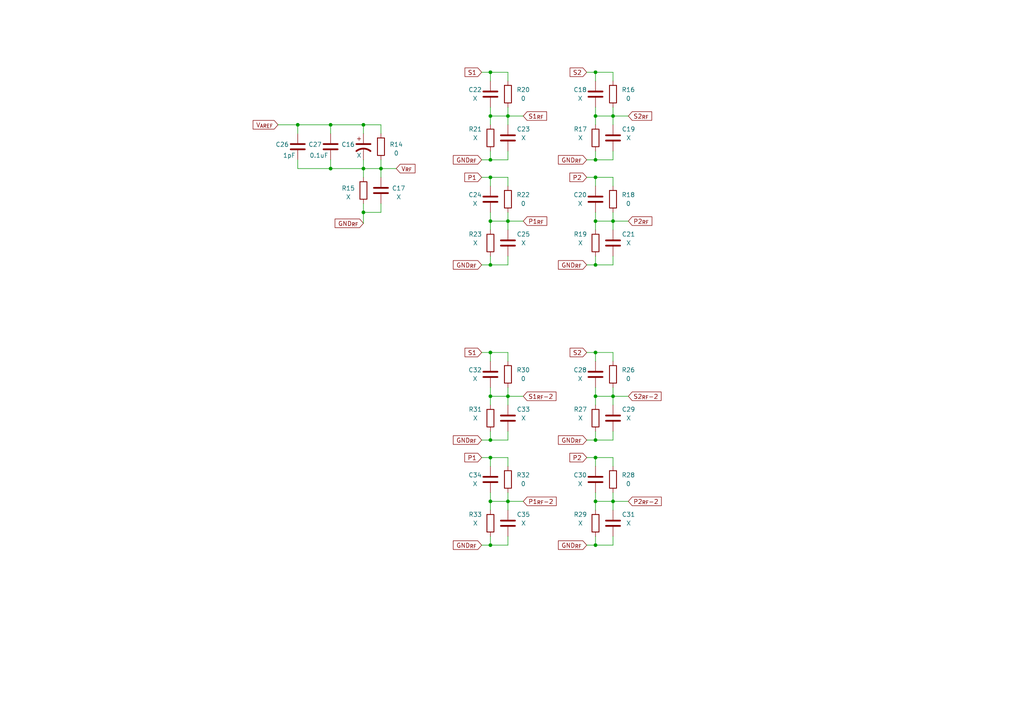
<source format=kicad_sch>
(kicad_sch (version 20211123) (generator eeschema)
  (paper "A4")
  (lib_symbols
    (symbol "Device:C" (pin_numbers hide) (pin_names (offset 0.254))
      (property "Reference" "C" (at 0.635 2.54 0))
      (property "Value" "C" (at 0.635 -2.54 0))
      (symbol "C_0_1"
        (polyline (pts (xy -2.032 -0.762) (xy 2.032 -0.762)) (stroke (width 0.508)))
        (polyline (pts (xy -2.032 0.762) (xy 2.032 0.762)) (stroke (width 0.508)))
      )
      (symbol "C_1_1"
        (pin passive line (at 0 3.81 270) (length 2.794) (name "~") (number "1"))
        (pin passive line (at 0 -3.81 90) (length 2.794) (name "~") (number "2"))
      )
    )
    (symbol "Device:C_Polarized_US" (pin_numbers hide) (pin_names (offset 0.254) hide)
      (property "Reference" "C" (at 0.635 2.54 0))
      (property "Value" "C_Polarized_US" (at 0.635 -2.54 0))
      (symbol "C_Polarized_US_0_1"
        (polyline (pts (xy -2.032 0.762) (xy 2.032 0.762)) (stroke (width 0.508)))
        (polyline (pts (xy -1.778 2.286) (xy -0.762 2.286)))
        (polyline (pts (xy -1.27 1.778) (xy -1.27 2.794)))
        (arc (start 2.032 -1.27) (mid 0 -0.5572) (end -2.032 -1.27) (stroke (width 0.508)))
      )
      (symbol "C_Polarized_US_1_1"
        (pin passive line (at 0 3.81 270) (length 2.794) (name "~") (number "1"))
        (pin passive line (at 0 -3.81 90) (length 3.302) (name "~") (number "2"))
      )
    )
    (symbol "Device:R" (pin_numbers hide) (pin_names (offset 0))
      (property "Reference" "R" (at 2.032 0 90))
      (property "Value" "R" (at 0 0 90))
      (symbol "R_0_1"
        (rectangle (start -1.016 -2.54) (end 1.016 2.54) (stroke (width 0.254)))
      )
      (symbol "R_1_1"
        (pin passive line (at 0 3.81 270) (length 1.27) (name "~") (number "1"))
        (pin passive line (at 0 -3.81 90) (length 1.27) (name "~") (number "2"))
      )
    )
  )
  (junction (at 177.8 33.655))
  (junction (at 172.72 102.235))
  (junction (at 172.72 127.635))
  (junction (at 172.72 114.935))
  (junction (at 86.36 36.195))
  (junction (at 142.24 20.955))
  (junction (at 172.72 51.435))
  (junction (at 142.24 33.655))
  (junction (at 177.8 114.935))
  (junction (at 142.24 145.415))
  (junction (at 142.24 64.135))
  (junction (at 105.41 61.595))
  (junction (at 95.885 36.195))
  (junction (at 177.8 145.415))
  (junction (at 172.72 132.715))
  (junction (at 172.72 158.115))
  (junction (at 172.72 33.655))
  (junction (at 105.41 36.195))
  (junction (at 147.32 145.415))
  (junction (at 142.24 127.635))
  (junction (at 142.24 46.355))
  (junction (at 172.72 145.415))
  (junction (at 147.32 64.135))
  (junction (at 142.24 76.835))
  (junction (at 142.24 102.235))
  (junction (at 95.885 48.895))
  (junction (at 172.72 46.355))
  (junction (at 142.24 132.715))
  (junction (at 177.8 64.135))
  (junction (at 142.24 158.115))
  (junction (at 110.49 48.895))
  (junction (at 142.24 114.935))
  (junction (at 172.72 64.135))
  (junction (at 142.24 51.435))
  (junction (at 172.72 76.835))
  (junction (at 172.72 20.955))
  (junction (at 147.32 33.655))
  (junction (at 105.41 48.895))
  (junction (at 147.32 114.935))
  (wire (pts (xy 147.32 61.595) (xy 147.32 64.135)))
  (wire (pts (xy 177.8 112.395) (xy 177.8 114.935)))
  (wire (pts (xy 147.32 43.815) (xy 147.32 46.355)))
  (wire (pts (xy 110.49 48.895) (xy 114.935 48.895)))
  (wire (pts (xy 147.32 145.415) (xy 142.24 145.415)))
  (wire (pts (xy 142.24 46.355) (xy 147.32 46.355)))
  (wire (pts (xy 177.8 102.235) (xy 177.8 104.775)))
  (wire (pts (xy 142.24 102.235) (xy 147.32 102.235)))
  (wire (pts (xy 172.72 132.715) (xy 177.8 132.715)))
  (wire (pts (xy 172.72 33.655) (xy 172.72 36.195)))
  (wire (pts (xy 86.36 46.355) (xy 86.36 48.895)))
  (wire (pts (xy 147.32 31.115) (xy 147.32 33.655)))
  (wire (pts (xy 170.18 51.435) (xy 172.72 51.435)))
  (wire (pts (xy 147.32 114.935) (xy 151.765 114.935)))
  (wire (pts (xy 142.24 132.715) (xy 142.24 135.255)))
  (wire (pts (xy 147.32 64.135) (xy 151.765 64.135)))
  (wire (pts (xy 110.49 59.055) (xy 110.49 61.595)))
  (wire (pts (xy 142.24 112.395) (xy 142.24 114.935)))
  (wire (pts (xy 147.32 114.935) (xy 147.32 117.475)))
  (wire (pts (xy 172.72 51.435) (xy 172.72 53.975)))
  (wire (pts (xy 105.41 59.055) (xy 105.41 61.595)))
  (wire (pts (xy 142.24 64.135) (xy 142.24 66.675)))
  (wire (pts (xy 142.24 51.435) (xy 142.24 53.975)))
  (wire (pts (xy 86.36 36.195) (xy 95.885 36.195)))
  (wire (pts (xy 80.645 36.195) (xy 86.36 36.195)))
  (wire (pts (xy 139.7 132.715) (xy 142.24 132.715)))
  (wire (pts (xy 105.41 36.195) (xy 105.41 38.735)))
  (wire (pts (xy 142.24 114.935) (xy 142.24 117.475)))
  (wire (pts (xy 172.72 142.875) (xy 172.72 145.415)))
  (wire (pts (xy 142.24 142.875) (xy 142.24 145.415)))
  (wire (pts (xy 172.72 102.235) (xy 177.8 102.235)))
  (wire (pts (xy 177.8 125.095) (xy 177.8 127.635)))
  (wire (pts (xy 172.72 46.355) (xy 170.18 46.355)))
  (wire (pts (xy 147.32 64.135) (xy 142.24 64.135)))
  (wire (pts (xy 95.885 36.195) (xy 105.41 36.195)))
  (wire (pts (xy 172.72 76.835) (xy 170.18 76.835)))
  (wire (pts (xy 95.885 38.735) (xy 95.885 36.195)))
  (wire (pts (xy 177.8 114.935) (xy 182.245 114.935)))
  (wire (pts (xy 142.24 125.095) (xy 142.24 127.635)))
  (wire (pts (xy 142.24 20.955) (xy 142.24 23.495)))
  (wire (pts (xy 177.8 33.655) (xy 172.72 33.655)))
  (wire (pts (xy 142.24 74.295) (xy 142.24 76.835)))
  (wire (pts (xy 147.32 155.575) (xy 147.32 158.115)))
  (wire (pts (xy 110.49 48.895) (xy 110.49 51.435)))
  (wire (pts (xy 177.8 64.135) (xy 172.72 64.135)))
  (wire (pts (xy 172.72 46.355) (xy 177.8 46.355)))
  (wire (pts (xy 142.24 46.355) (xy 139.7 46.355)))
  (wire (pts (xy 172.72 127.635) (xy 177.8 127.635)))
  (wire (pts (xy 147.32 33.655) (xy 147.32 36.195)))
  (wire (pts (xy 110.49 46.355) (xy 110.49 48.895)))
  (wire (pts (xy 142.24 132.715) (xy 147.32 132.715)))
  (wire (pts (xy 172.72 155.575) (xy 172.72 158.115)))
  (wire (pts (xy 177.8 31.115) (xy 177.8 33.655)))
  (wire (pts (xy 147.32 102.235) (xy 147.32 104.775)))
  (wire (pts (xy 142.24 158.115) (xy 139.7 158.115)))
  (wire (pts (xy 177.8 33.655) (xy 182.245 33.655)))
  (wire (pts (xy 172.72 125.095) (xy 172.72 127.635)))
  (wire (pts (xy 147.32 112.395) (xy 147.32 114.935)))
  (wire (pts (xy 147.32 132.715) (xy 147.32 135.255)))
  (wire (pts (xy 147.32 114.935) (xy 142.24 114.935)))
  (wire (pts (xy 177.8 114.935) (xy 177.8 117.475)))
  (wire (pts (xy 172.72 61.595) (xy 172.72 64.135)))
  (wire (pts (xy 147.32 64.135) (xy 147.32 66.675)))
  (wire (pts (xy 177.8 64.135) (xy 177.8 66.675)))
  (wire (pts (xy 172.72 102.235) (xy 172.72 104.775)))
  (wire (pts (xy 172.72 158.115) (xy 170.18 158.115)))
  (wire (pts (xy 172.72 51.435) (xy 177.8 51.435)))
  (wire (pts (xy 172.72 114.935) (xy 172.72 117.475)))
  (wire (pts (xy 177.8 142.875) (xy 177.8 145.415)))
  (wire (pts (xy 86.36 48.895) (xy 95.885 48.895)))
  (wire (pts (xy 147.32 51.435) (xy 147.32 53.975)))
  (wire (pts (xy 142.24 127.635) (xy 139.7 127.635)))
  (wire (pts (xy 147.32 33.655) (xy 142.24 33.655)))
  (wire (pts (xy 172.72 132.715) (xy 172.72 135.255)))
  (wire (pts (xy 177.8 155.575) (xy 177.8 158.115)))
  (wire (pts (xy 142.24 145.415) (xy 142.24 147.955)))
  (wire (pts (xy 139.7 51.435) (xy 142.24 51.435)))
  (wire (pts (xy 172.72 74.295) (xy 172.72 76.835)))
  (wire (pts (xy 147.32 33.655) (xy 151.765 33.655)))
  (wire (pts (xy 142.24 33.655) (xy 142.24 36.195)))
  (wire (pts (xy 177.8 43.815) (xy 177.8 46.355)))
  (wire (pts (xy 142.24 155.575) (xy 142.24 158.115)))
  (wire (pts (xy 142.24 51.435) (xy 147.32 51.435)))
  (wire (pts (xy 172.72 145.415) (xy 172.72 147.955)))
  (wire (pts (xy 142.24 158.115) (xy 147.32 158.115)))
  (wire (pts (xy 142.24 43.815) (xy 142.24 46.355)))
  (wire (pts (xy 147.32 20.955) (xy 147.32 23.495)))
  (wire (pts (xy 139.7 102.235) (xy 142.24 102.235)))
  (wire (pts (xy 105.41 61.595) (xy 110.49 61.595)))
  (wire (pts (xy 172.72 20.955) (xy 177.8 20.955)))
  (wire (pts (xy 105.41 36.195) (xy 110.49 36.195)))
  (wire (pts (xy 172.72 76.835) (xy 177.8 76.835)))
  (wire (pts (xy 142.24 76.835) (xy 139.7 76.835)))
  (wire (pts (xy 177.8 33.655) (xy 177.8 36.195)))
  (wire (pts (xy 177.8 74.295) (xy 177.8 76.835)))
  (wire (pts (xy 172.72 20.955) (xy 172.72 23.495)))
  (wire (pts (xy 95.885 48.895) (xy 105.41 48.895)))
  (wire (pts (xy 147.32 74.295) (xy 147.32 76.835)))
  (wire (pts (xy 177.8 51.435) (xy 177.8 53.975)))
  (wire (pts (xy 105.41 46.355) (xy 105.41 48.895)))
  (wire (pts (xy 177.8 20.955) (xy 177.8 23.495)))
  (wire (pts (xy 105.41 61.595) (xy 105.41 64.77)))
  (wire (pts (xy 177.8 61.595) (xy 177.8 64.135)))
  (wire (pts (xy 142.24 76.835) (xy 147.32 76.835)))
  (wire (pts (xy 172.72 64.135) (xy 172.72 66.675)))
  (wire (pts (xy 110.49 36.195) (xy 110.49 38.735)))
  (wire (pts (xy 177.8 145.415) (xy 177.8 147.955)))
  (wire (pts (xy 177.8 114.935) (xy 172.72 114.935)))
  (wire (pts (xy 177.8 132.715) (xy 177.8 135.255)))
  (wire (pts (xy 142.24 102.235) (xy 142.24 104.775)))
  (wire (pts (xy 110.49 48.895) (xy 105.41 48.895)))
  (wire (pts (xy 147.32 145.415) (xy 147.32 147.955)))
  (wire (pts (xy 172.72 43.815) (xy 172.72 46.355)))
  (wire (pts (xy 172.72 158.115) (xy 177.8 158.115)))
  (wire (pts (xy 172.72 127.635) (xy 170.18 127.635)))
  (wire (pts (xy 142.24 127.635) (xy 147.32 127.635)))
  (wire (pts (xy 170.18 132.715) (xy 172.72 132.715)))
  (wire (pts (xy 147.32 142.875) (xy 147.32 145.415)))
  (wire (pts (xy 172.72 31.115) (xy 172.72 33.655)))
  (wire (pts (xy 172.72 112.395) (xy 172.72 114.935)))
  (wire (pts (xy 177.8 145.415) (xy 182.245 145.415)))
  (wire (pts (xy 86.36 38.735) (xy 86.36 36.195)))
  (wire (pts (xy 177.8 64.135) (xy 182.245 64.135)))
  (wire (pts (xy 142.24 61.595) (xy 142.24 64.135)))
  (wire (pts (xy 177.8 145.415) (xy 172.72 145.415)))
  (wire (pts (xy 142.24 20.955) (xy 147.32 20.955)))
  (wire (pts (xy 95.885 46.355) (xy 95.885 48.895)))
  (wire (pts (xy 147.32 145.415) (xy 151.765 145.415)))
  (wire (pts (xy 170.18 102.235) (xy 172.72 102.235)))
  (wire (pts (xy 170.18 20.955) (xy 172.72 20.955)))
  (wire (pts (xy 142.24 31.115) (xy 142.24 33.655)))
  (wire (pts (xy 139.7 20.955) (xy 142.24 20.955)))
  (wire (pts (xy 105.41 48.895) (xy 105.41 51.435)))
  (wire (pts (xy 147.32 125.095) (xy 147.32 127.635)))
  (global_label "S2_{RF}-2" (shape input) (at 182.245 114.935 0) (property "Intersheet References" "${INTERSHEET_REFS}" (effects hide)))
  (global_label "V_{AREF}" (shape input) (at 80.645 36.195 180) (property "Intersheet References" "${INTERSHEET_REFS}" (effects hide)))
  (global_label "GND_{RF}" (shape input) (at 170.18 76.835 180) (property "Intersheet References" "${INTERSHEET_REFS}" (effects hide)))
  (global_label "P2" (shape input) (at 170.18 132.715 180) (property "Intersheet References" "${INTERSHEET_REFS}" (effects hide)))
  (global_label "GND_{RF}" (shape input) (at 139.7 158.115 180) (property "Intersheet References" "${INTERSHEET_REFS}" (effects hide)))
  (global_label "S1_{RF}-2" (shape input) (at 151.765 114.935 0) (property "Intersheet References" "${INTERSHEET_REFS}" (effects hide)))
  (global_label "P2_{RF}-2" (shape input) (at 182.245 145.415 0) (property "Intersheet References" "${INTERSHEET_REFS}" (effects hide)))
  (global_label "GND_{RF}" (shape input) (at 105.41 64.77 180) (property "Intersheet References" "${INTERSHEET_REFS}" (effects hide)))
  (global_label "P1" (shape input) (at 139.7 132.715 180) (property "Intersheet References" "${INTERSHEET_REFS}" (effects hide)))
  (global_label "P1_{RF}" (shape input) (at 151.765 64.135 0) (property "Intersheet References" "${INTERSHEET_REFS}" (effects hide)))
  (global_label "GND_{RF}" (shape input) (at 139.7 127.635 180) (property "Intersheet References" "${INTERSHEET_REFS}" (effects hide)))
  (global_label "GND_{RF}" (shape input) (at 170.18 127.635 180) (property "Intersheet References" "${INTERSHEET_REFS}" (effects hide)))
  (global_label "S2" (shape input) (at 170.18 102.235 180) (property "Intersheet References" "${INTERSHEET_REFS}" (effects hide)))
  (global_label "P2" (shape input) (at 170.18 51.435 180) (property "Intersheet References" "${INTERSHEET_REFS}" (effects hide)))
  (global_label "GND_{RF}" (shape input) (at 139.7 46.355 180) (property "Intersheet References" "${INTERSHEET_REFS}" (effects hide)))
  (global_label "S1_{RF}" (shape input) (at 151.765 33.655 0) (property "Intersheet References" "${INTERSHEET_REFS}" (effects hide)))
  (global_label "P1_{RF}-2" (shape input) (at 151.765 145.415 0) (property "Intersheet References" "${INTERSHEET_REFS}" (effects hide)))
  (global_label "GND_{RF}" (shape input) (at 170.18 46.355 180) (property "Intersheet References" "${INTERSHEET_REFS}" (effects hide)))
  (global_label "V_{RF}" (shape input) (at 114.935 48.895 0) (property "Intersheet References" "${INTERSHEET_REFS}" (effects hide)))
  (global_label "P2_{RF}" (shape input) (at 182.245 64.135 0) (property "Intersheet References" "${INTERSHEET_REFS}" (effects hide)))
  (global_label "GND_{RF}" (shape input) (at 139.7 76.835 180) (property "Intersheet References" "${INTERSHEET_REFS}" (effects hide)))
  (global_label "S1" (shape input) (at 139.7 102.235 180) (property "Intersheet References" "${INTERSHEET_REFS}" (effects hide)))
  (global_label "GND_{RF}" (shape input) (at 170.18 158.115 180) (property "Intersheet References" "${INTERSHEET_REFS}" (effects hide)))
  (global_label "P1" (shape input) (at 139.7 51.435 180) (property "Intersheet References" "${INTERSHEET_REFS}" (effects hide)))
  (global_label "S2_{RF}" (shape input) (at 182.245 33.655 0) (property "Intersheet References" "${INTERSHEET_REFS}" (effects hide)))
  (global_label "S2" (shape input) (at 170.18 20.955 180) (property "Intersheet References" "${INTERSHEET_REFS}" (effects hide)))
  (global_label "S1" (shape input) (at 139.7 20.955 180) (property "Intersheet References" "${INTERSHEET_REFS}" (effects hide)))
  (symbol (lib_id "Device:R") (at 142.24 121.285 180) (unit 1)
    (property "Reference" "R31" (at 135.89 118.745 0) (effects (justify right)))
    (property "Value" "X" (at 137.16 121.285 0) (effects (justify right)))
    (property "Footprint" "Resistor_SMD:R_0402_1005Metric" (effects hide))
  )
  (symbol (lib_id "Device:C") (at 95.885 42.545 0) (mirror y) (unit 1)
    (property "Reference" "C27" (at 93.345 41.91 0) (effects (justify left)))
    (property "Value" "0.1uF" (at 95.25 45.085 0) (effects (justify left)))
    (property "Footprint" "Capacitor_SMD:C_0603_1608Metric" (effects hide))
    (property "Part Number" "CL05A104KA5NNNC" (effects hide))
  )
  (symbol (lib_id "Device:R") (at 147.32 108.585 180) (unit 1)
    (property "Reference" "R30" (at 151.765 107.315 0))
    (property "Value" "0" (at 151.765 109.855 0))
    (property "Footprint" "Resistor_SMD:R_0402_1005Metric" (effects hide))
    (property "Part Number" "ERJ-2GE0R00X" (effects hide))
  )
  (symbol (lib_id "Device:C") (at 142.24 139.065 0) (unit 1)
    (property "Reference" "C34" (at 137.795 137.795 0))
    (property "Value" "X" (at 137.795 140.335 0))
    (property "Footprint" "Capacitor_SMD:C_0402_1005Metric" (effects hide))
  )
  (symbol (lib_id "Device:C") (at 172.72 139.065 0) (unit 1)
    (property "Reference" "C30" (at 168.275 137.795 0))
    (property "Value" "X" (at 168.275 140.335 0))
    (property "Footprint" "Capacitor_SMD:C_0402_1005Metric" (effects hide))
  )
  (symbol (lib_id "Device:R") (at 172.72 121.285 180) (unit 1)
    (property "Reference" "R27" (at 166.37 118.745 0) (effects (justify right)))
    (property "Value" "X" (at 167.64 121.285 0) (effects (justify right)))
    (property "Footprint" "Resistor_SMD:R_0402_1005Metric" (effects hide))
  )
  (symbol (lib_id "Device:R") (at 147.32 27.305 180) (unit 1)
    (property "Reference" "R20" (at 151.765 26.035 0))
    (property "Value" "0" (at 151.765 28.575 0))
    (property "Footprint" "Resistor_SMD:R_0402_1005Metric" (effects hide))
    (property "Part Number" "ERJ-2GE0R00X" (effects hide))
  )
  (symbol (lib_id "Device:R") (at 142.24 151.765 180) (unit 1)
    (property "Reference" "R33" (at 135.89 149.225 0) (effects (justify right)))
    (property "Value" "X" (at 137.16 151.765 0) (effects (justify right)))
    (property "Footprint" "Resistor_SMD:R_0402_1005Metric" (effects hide))
  )
  (symbol (lib_id "Device:C") (at 177.8 121.285 0) (unit 1)
    (property "Reference" "C29" (at 180.34 118.745 0) (effects (justify left)))
    (property "Value" "X" (at 181.61 121.285 0) (effects (justify left)))
    (property "Footprint" "Capacitor_SMD:C_0402_1005Metric" (effects hide))
  )
  (symbol (lib_id "Device:C") (at 177.8 70.485 0) (unit 1)
    (property "Reference" "C21" (at 180.34 67.945 0) (effects (justify left)))
    (property "Value" "X" (at 181.61 70.485 0) (effects (justify left)))
    (property "Footprint" "Capacitor_SMD:C_0402_1005Metric" (effects hide))
  )
  (symbol (lib_id "Device:C") (at 172.72 108.585 0) (unit 1)
    (property "Reference" "C28" (at 168.275 107.315 0))
    (property "Value" "X" (at 168.275 109.855 0))
    (property "Footprint" "Capacitor_SMD:C_0402_1005Metric" (effects hide))
  )
  (symbol (lib_id "Device:C") (at 142.24 27.305 0) (unit 1)
    (property "Reference" "C22" (at 137.795 26.035 0))
    (property "Value" "X" (at 137.795 28.575 0))
    (property "Footprint" "Capacitor_SMD:C_0402_1005Metric" (effects hide))
  )
  (symbol (lib_id "Device:R") (at 172.72 151.765 180) (unit 1)
    (property "Reference" "R29" (at 166.37 149.225 0) (effects (justify right)))
    (property "Value" "X" (at 167.64 151.765 0) (effects (justify right)))
    (property "Footprint" "Resistor_SMD:R_0402_1005Metric" (effects hide))
  )
  (symbol (lib_id "Device:C") (at 172.72 27.305 0) (unit 1)
    (property "Reference" "C18" (at 168.275 26.035 0))
    (property "Value" "X" (at 168.275 28.575 0))
    (property "Footprint" "Capacitor_SMD:C_0402_1005Metric" (effects hide))
  )
  (symbol (lib_id "Device:R") (at 142.24 40.005 180) (unit 1)
    (property "Reference" "R21" (at 135.89 37.465 0) (effects (justify right)))
    (property "Value" "X" (at 137.16 40.005 0) (effects (justify right)))
    (property "Footprint" "Resistor_SMD:R_0402_1005Metric" (effects hide))
  )
  (symbol (lib_id "Device:C_Polarized_US") (at 105.41 42.545 0) (unit 1)
    (property "Reference" "C16" (at 100.965 41.91 0))
    (property "Value" "X" (at 104.14 45.085 0))
    (property "Footprint" "Capacitor_Tantalum_SMD:CP_EIA-2012-15_AVX-P" (effects hide))
  )
  (symbol (lib_id "Device:C") (at 147.32 40.005 0) (unit 1)
    (property "Reference" "C23" (at 149.86 37.465 0) (effects (justify left)))
    (property "Value" "X" (at 151.13 40.005 0) (effects (justify left)))
    (property "Footprint" "Capacitor_SMD:C_0402_1005Metric" (effects hide))
  )
  (symbol (lib_id "Device:R") (at 105.41 55.245 180) (unit 1)
    (property "Reference" "R15" (at 99.06 54.61 0) (effects (justify right)))
    (property "Value" "X" (at 100.33 57.15 0) (effects (justify right)))
    (property "Footprint" "Resistor_SMD:R_0603_1608Metric" (effects hide))
  )
  (symbol (lib_id "Device:R") (at 172.72 70.485 180) (unit 1)
    (property "Reference" "R19" (at 166.37 67.945 0) (effects (justify right)))
    (property "Value" "X" (at 167.64 70.485 0) (effects (justify right)))
    (property "Footprint" "Resistor_SMD:R_0402_1005Metric" (effects hide))
  )
  (symbol (lib_id "Device:C") (at 177.8 151.765 0) (unit 1)
    (property "Reference" "C31" (at 180.34 149.225 0) (effects (justify left)))
    (property "Value" "X" (at 181.61 151.765 0) (effects (justify left)))
    (property "Footprint" "Capacitor_SMD:C_0402_1005Metric" (effects hide))
  )
  (symbol (lib_id "Device:R") (at 177.8 27.305 180) (unit 1)
    (property "Reference" "R16" (at 182.245 26.035 0))
    (property "Value" "0" (at 182.245 28.575 0))
    (property "Footprint" "Resistor_SMD:R_0402_1005Metric" (effects hide))
    (property "Part Number" "ERJ-2GE0R00X" (effects hide))
  )
  (symbol (lib_id "Device:C") (at 86.36 42.545 0) (mirror y) (unit 1)
    (property "Reference" "C26" (at 83.82 41.91 0) (effects (justify left)))
    (property "Value" "1pF" (at 85.725 45.085 0) (effects (justify left)))
    (property "Footprint" "Capacitor_SMD:C_0603_1608Metric" (effects hide))
    (property "Part Number" "CL05A104KA5NNNC" (effects hide))
  )
  (symbol (lib_id "Device:C") (at 177.8 40.005 0) (unit 1)
    (property "Reference" "C19" (at 180.34 37.465 0) (effects (justify left)))
    (property "Value" "X" (at 181.61 40.005 0) (effects (justify left)))
    (property "Footprint" "Capacitor_SMD:C_0402_1005Metric" (effects hide))
  )
  (symbol (lib_id "Device:C") (at 147.32 151.765 0) (unit 1)
    (property "Reference" "C35" (at 149.86 149.225 0) (effects (justify left)))
    (property "Value" "X" (at 151.13 151.765 0) (effects (justify left)))
    (property "Footprint" "Capacitor_SMD:C_0402_1005Metric" (effects hide))
  )
  (symbol (lib_id "Device:R") (at 147.32 57.785 180) (unit 1)
    (property "Reference" "R22" (at 151.765 56.515 0))
    (property "Value" "0" (at 151.765 59.055 0))
    (property "Footprint" "Resistor_SMD:R_0402_1005Metric" (effects hide))
    (property "Part Number" "ERJ-2GE0R00X" (effects hide))
  )
  (symbol (lib_id "Device:R") (at 147.32 139.065 180) (unit 1)
    (property "Reference" "R32" (at 151.765 137.795 0))
    (property "Value" "0" (at 151.765 140.335 0))
    (property "Footprint" "Resistor_SMD:R_0402_1005Metric" (effects hide))
    (property "Part Number" "ERJ-2GE0R00X" (effects hide))
  )
  (symbol (lib_id "Device:C") (at 147.32 70.485 0) (unit 1)
    (property "Reference" "C25" (at 149.86 67.945 0) (effects (justify left)))
    (property "Value" "X" (at 151.13 70.485 0) (effects (justify left)))
    (property "Footprint" "Capacitor_SMD:C_0402_1005Metric" (effects hide))
  )
  (symbol (lib_id "Device:C") (at 147.32 121.285 0) (unit 1)
    (property "Reference" "C33" (at 149.86 118.745 0) (effects (justify left)))
    (property "Value" "X" (at 151.13 121.285 0) (effects (justify left)))
    (property "Footprint" "Capacitor_SMD:C_0402_1005Metric" (effects hide))
  )
  (symbol (lib_id "Device:R") (at 110.49 42.545 0) (unit 1)
    (property "Reference" "R14" (at 114.935 41.91 0))
    (property "Value" "0" (at 114.935 44.45 0))
    (property "Footprint" "Resistor_SMD:R_0603_1608Metric" (effects hide))
    (property "Part Number" "ERJ-U030R00V" (effects hide))
  )
  (symbol (lib_id "Device:R") (at 177.8 139.065 180) (unit 1)
    (property "Reference" "R28" (at 182.245 137.795 0))
    (property "Value" "0" (at 182.245 140.335 0))
    (property "Footprint" "Resistor_SMD:R_0402_1005Metric" (effects hide))
    (property "Part Number" "ERJ-2GE0R00X" (effects hide))
  )
  (symbol (lib_id "Device:R") (at 177.8 108.585 180) (unit 1)
    (property "Reference" "R26" (at 182.245 107.315 0))
    (property "Value" "0" (at 182.245 109.855 0))
    (property "Footprint" "Resistor_SMD:R_0402_1005Metric" (effects hide))
    (property "Part Number" "ERJ-2GE0R00X" (effects hide))
  )
  (symbol (lib_id "Device:R") (at 172.72 40.005 180) (unit 1)
    (property "Reference" "R17" (at 166.37 37.465 0) (effects (justify right)))
    (property "Value" "X" (at 167.64 40.005 0) (effects (justify right)))
    (property "Footprint" "Resistor_SMD:R_0402_1005Metric" (effects hide))
  )
  (symbol (lib_id "Device:C") (at 172.72 57.785 0) (unit 1)
    (property "Reference" "C20" (at 168.275 56.515 0))
    (property "Value" "X" (at 168.275 59.055 0))
    (property "Footprint" "Capacitor_SMD:C_0402_1005Metric" (effects hide))
  )
  (symbol (lib_id "Device:C") (at 142.24 108.585 0) (unit 1)
    (property "Reference" "C32" (at 137.795 107.315 0))
    (property "Value" "X" (at 137.795 109.855 0))
    (property "Footprint" "Capacitor_SMD:C_0402_1005Metric" (effects hide))
  )
  (symbol (lib_id "Device:C") (at 110.49 55.245 0) (unit 1)
    (property "Reference" "C17" (at 113.665 54.61 0) (effects (justify left)))
    (property "Value" "X" (at 114.935 57.15 0) (effects (justify left)))
    (property "Footprint" "Capacitor_SMD:C_0603_1608Metric" (effects hide))
  )
  (symbol (lib_id "Device:C") (at 142.24 57.785 0) (unit 1)
    (property "Reference" "C24" (at 137.795 56.515 0))
    (property "Value" "X" (at 137.795 59.055 0))
    (property "Footprint" "Capacitor_SMD:C_0402_1005Metric" (effects hide))
  )
  (symbol (lib_id "Device:R") (at 142.24 70.485 180) (unit 1)
    (property "Reference" "R23" (at 135.89 67.945 0) (effects (justify right)))
    (property "Value" "X" (at 137.16 70.485 0) (effects (justify right)))
    (property "Footprint" "Resistor_SMD:R_0402_1005Metric" (effects hide))
  )
  (symbol (lib_id "Device:R") (at 177.8 57.785 180) (unit 1)
    (property "Reference" "R18" (at 182.245 56.515 0))
    (property "Value" "0" (at 182.245 59.055 0))
    (property "Footprint" "Resistor_SMD:R_0402_1005Metric" (effects hide))
    (property "Part Number" "ERJ-2GE0R00X" (effects hide))
  )
)
</source>
